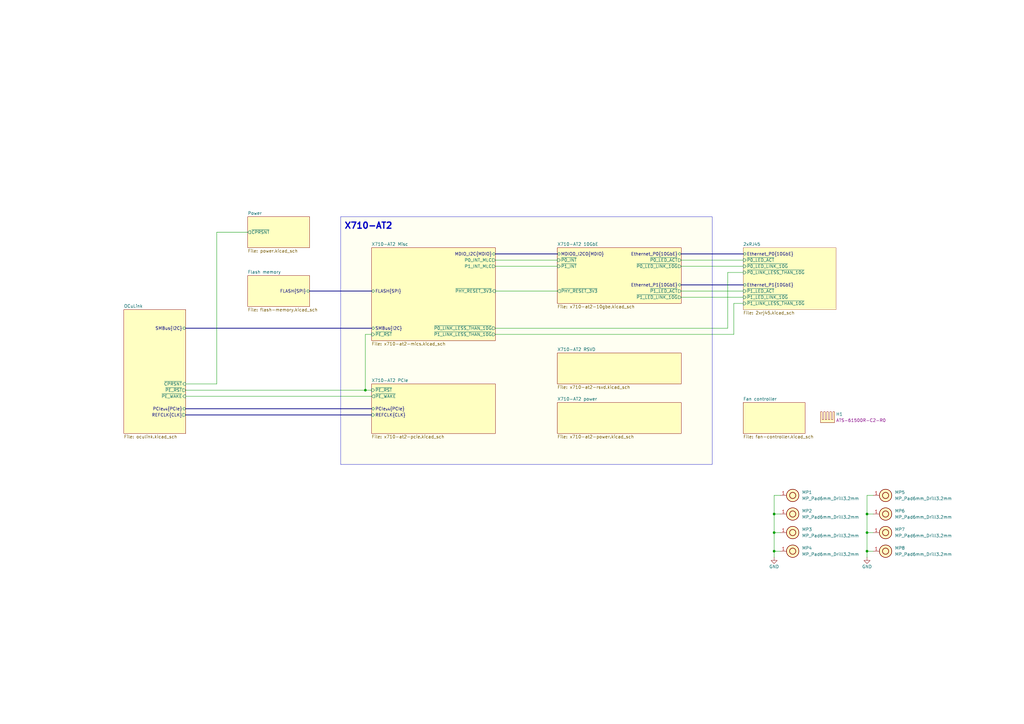
<source format=kicad_sch>
(kicad_sch (version 20250114) (generator "eeschema") (generator_version "9.0")
  (paper "A3")
  (title_block (title "OCuLink to 10GbE adapter") (date "2025-11-07") (rev "1.0.0") (company "Antmicro Ltd") (comment 1 "www.antmicro.com"))
  (lib_symbols
    (symbol "antmicroMechanicalParts:Heatsink_ATS-61500R-C2-R0" (pin_names (hide yes))
      (property "Reference" "H" (at 17.78 -2.54 0))
      (property "MPN" "ATS-61500R-C2-R0" (at 17.78 -12.7 0))
      (symbol "Heatsink_ATS-61500R-C2-R0_0_1"
        (polyline (pts (xy 0 0) (xy 0.635 0) (xy 0.635 -3.175) (xy 1.27 -3.175) (xy 1.27 0) (xy 1.905 0) (xy 1.905 -3.175) (xy 2.54 -3.175) (xy 2.54 0) (xy 3.175 0) (xy 3.175 -3.175) (xy 3.81 -3.175) (xy 3.81 0) (xy 4.445 0) (xy 4.445 -3.175) (xy 5.08 -3.175) (xy 5.08 0) (xy 5.715 0) (xy 5.715 -4.445) (xy 0 -4.445) (xy 0 0)) (fill (type background)))
      )
    )
    (symbol "antmicroMechanicalParts:MP_Pad6mm_Drill3.2mm" (pin_names (hide yes)) (in_bom no)
      (property "Reference" "MP" (at 20.32 -2.54 0))
      (property "Value" "MP_Pad6mm_Drill3.2mm" (at 20.32 -5.08 0))
      (symbol "MP_Pad6mm_Drill3.2mm_1_1"
        (circle (center 5.08 0) (radius 1.27) (stroke (width 0.254)) (fill (type background)))
        (circle (center 5.08 0) (radius 2.54) (stroke (width 0.254)) (fill (type background)))
        (pin passive line (at 0 0 0) (length 2.54) (name "~") (number "1"))
      )
    )
    (symbol "antmicropower:GND" (power) (pin_numbers (hide yes)) (pin_names (hide yes))
      (property "Value" "GND" (at 8.89 -5.08 0))
      (symbol "GND_1_1"
        (polyline (pts (xy 0 0) (xy 0 -1.27) (xy 1.27 -1.27) (xy 0 -2.54) (xy -1.27 -1.27) (xy 0 -1.27)))
        (pin power_in line (at 0 0 270) (length 0) (name "GND") (number "1"))
      )
    )
  )
  (rectangle (start 139.7 88.9) (end 292.1 190.5) (stroke (width 0.127)) (fill (type color) (color 255 255 194 0.2)))
  (text "X710-AT2" (at 151.13 92.71 0) (effects (font (size 2.54 2.54) (thickness 0.508) (bold yes))))
  (junction (at 355.6 210.82))
  (junction (at 317.5 218.44))
  (junction (at 149.86 160.02))
  (junction (at 317.5 226.06))
  (junction (at 317.5 210.82))
  (junction (at 355.6 226.06))
  (junction (at 355.6 218.44))
  (wire (pts (xy 279.4 109.22) (xy 304.8 109.22)))
  (wire (pts (xy 355.6 218.44) (xy 355.6 226.06)))
  (wire (pts (xy 76.2 160.02) (xy 149.86 160.02)))
  (wire (pts (xy 152.4 137.16) (xy 149.86 137.16)))
  (wire (pts (xy 355.6 203.2) (xy 355.6 210.82)))
  (wire (pts (xy 317.5 226.06) (xy 317.5 228.6)))
  (wire (pts (xy 298.45 134.62) (xy 203.2 134.62)))
  (wire (pts (xy 88.9 95.25) (xy 88.9 157.48)))
  (bus (pts (xy 76.2 134.62) (xy 152.4 134.62)))
  (bus (pts (xy 279.4 104.14) (xy 304.8 104.14)))
  (wire (pts (xy 279.4 106.68) (xy 304.8 106.68)))
  (wire (pts (xy 355.6 210.82) (xy 358.14 210.82)))
  (wire (pts (xy 76.2 162.56) (xy 152.4 162.56)))
  (wire (pts (xy 300.99 137.16) (xy 300.99 124.46)))
  (wire (pts (xy 317.5 218.44) (xy 317.5 226.06)))
  (wire (pts (xy 300.99 124.46) (xy 304.8 124.46)))
  (wire (pts (xy 320.04 203.2) (xy 317.5 203.2)))
  (wire (pts (xy 317.5 210.82) (xy 320.04 210.82)))
  (wire (pts (xy 355.6 210.82) (xy 355.6 218.44)))
  (wire (pts (xy 317.5 210.82) (xy 317.5 218.44)))
  (bus (pts (xy 76.2 167.64) (xy 152.4 167.64)))
  (wire (pts (xy 203.2 106.68) (xy 228.6 106.68)))
  (wire (pts (xy 279.4 119.38) (xy 304.8 119.38)))
  (bus (pts (xy 127 119.38) (xy 152.4 119.38)))
  (wire (pts (xy 358.14 226.06) (xy 355.6 226.06)))
  (wire (pts (xy 358.14 203.2) (xy 355.6 203.2)))
  (wire (pts (xy 203.2 119.38) (xy 228.6 119.38)))
  (wire (pts (xy 203.2 137.16) (xy 300.99 137.16)))
  (wire (pts (xy 203.2 109.22) (xy 228.6 109.22)))
  (wire (pts (xy 320.04 226.06) (xy 317.5 226.06)))
  (wire (pts (xy 149.86 160.02) (xy 152.4 160.02)))
  (wire (pts (xy 355.6 218.44) (xy 358.14 218.44)))
  (bus (pts (xy 203.2 104.14) (xy 228.6 104.14)))
  (wire (pts (xy 317.5 203.2) (xy 317.5 210.82)))
  (wire (pts (xy 88.9 157.48) (xy 76.2 157.48)))
  (wire (pts (xy 304.8 111.76) (xy 298.45 111.76)))
  (bus (pts (xy 279.4 116.84) (xy 304.8 116.84)))
  (wire (pts (xy 279.4 121.92) (xy 304.8 121.92)))
  (wire (pts (xy 101.6 95.25) (xy 88.9 95.25)))
  (wire (pts (xy 355.6 226.06) (xy 355.6 228.6)))
  (wire (pts (xy 149.86 137.16) (xy 149.86 160.02)))
  (wire (pts (xy 298.45 111.76) (xy 298.45 134.62)))
  (bus (pts (xy 76.2 170.18) (xy 152.4 170.18)))
  (wire (pts (xy 317.5 218.44) (xy 320.04 218.44)))
  (symbol (lib_id "antmicroMechanicalParts:MP_Pad6mm_Drill3.2mm") (at 320.04 218.44 0) (unit 1) (in_bom no)
    (property "Reference" "MP3" (at 328.93 217.17 0) (effects (justify left)))
    (property "Value" "MP_Pad6mm_Drill3.2mm" (at 328.93 219.71 0) (effects (justify left)))
    (property "Footprint" "antmicro-footprints:MP_Pad6mm_Drill3.2mm" (effects (hide yes)))
    (property "Description" "Mechanical part" (effects (hide yes)))
    (property "Author" "Antmicro" (effects (hide yes)))
    (property "License" "Apache-2.0" (effects (hide yes)))
  )
  (symbol (lib_id "antmicroMechanicalParts:MP_Pad6mm_Drill3.2mm") (at 358.14 203.2 0) (unit 1) (in_bom no)
    (property "Reference" "MP5" (at 367.03 201.93 0) (effects (justify left)))
    (property "Value" "MP_Pad6mm_Drill3.2mm" (at 367.03 204.47 0) (effects (justify left)))
    (property "Footprint" "antmicro-footprints:MP_Pad6mm_Drill3.2mm" (effects (hide yes)))
    (property "Description" "Mechanical part" (effects (hide yes)))
    (property "Author" "Antmicro" (effects (hide yes)))
    (property "License" "Apache-2.0" (effects (hide yes)))
  )
  (symbol (lib_id "antmicroMechanicalParts:MP_Pad6mm_Drill3.2mm") (at 358.14 226.06 0) (unit 1) (in_bom no)
    (property "Reference" "MP8" (at 367.03 224.79 0) (effects (justify left)))
    (property "Value" "MP_Pad6mm_Drill3.2mm" (at 367.03 227.33 0) (effects (justify left)))
    (property "Footprint" "antmicro-footprints:MP_Pad6mm_Drill3.2mm" (effects (hide yes)))
    (property "Description" "Mechanical part" (effects (hide yes)))
    (property "Author" "Antmicro" (effects (hide yes)))
    (property "License" "Apache-2.0" (effects (hide yes)))
  )
  (symbol (lib_id "antmicroMechanicalParts:MP_Pad6mm_Drill3.2mm") (at 358.14 210.82 0) (unit 1) (in_bom no)
    (property "Reference" "MP6" (at 367.03 209.55 0) (effects (justify left)))
    (property "Value" "MP_Pad6mm_Drill3.2mm" (at 367.03 212.09 0) (effects (justify left)))
    (property "Footprint" "antmicro-footprints:MP_Pad6mm_Drill3.2mm" (effects (hide yes)))
    (property "Description" "Mechanical part" (effects (hide yes)))
    (property "Author" "Antmicro" (effects (hide yes)))
    (property "License" "Apache-2.0" (effects (hide yes)))
  )
  (symbol (lib_id "antmicroMechanicalParts:MP_Pad6mm_Drill3.2mm") (at 320.04 203.2 0) (unit 1) (in_bom no)
    (property "Reference" "MP1" (at 328.93 201.93 0) (effects (justify left)))
    (property "Value" "MP_Pad6mm_Drill3.2mm" (at 328.93 204.47 0) (effects (justify left)))
    (property "Footprint" "antmicro-footprints:MP_Pad6mm_Drill3.2mm" (effects (hide yes)))
    (property "Description" "Mechanical part" (effects (hide yes)))
    (property "Author" "Antmicro" (effects (hide yes)))
    (property "License" "Apache-2.0" (effects (hide yes)))
  )
  (symbol (lib_id "antmicroMechanicalParts:MP_Pad6mm_Drill3.2mm") (at 320.04 226.06 0) (unit 1) (in_bom no)
    (property "Reference" "MP4" (at 328.93 224.79 0) (effects (justify left)))
    (property "Value" "MP_Pad6mm_Drill3.2mm" (at 328.93 227.33 0) (effects (justify left)))
    (property "Footprint" "antmicro-footprints:MP_Pad6mm_Drill3.2mm" (effects (hide yes)))
    (property "Description" "Mechanical part" (effects (hide yes)))
    (property "Author" "Antmicro" (effects (hide yes)))
    (property "License" "Apache-2.0" (effects (hide yes)))
  )
  (symbol (lib_id "antmicroMechanicalParts:MP_Pad6mm_Drill3.2mm") (at 320.04 210.82 0) (unit 1) (in_bom no)
    (property "Reference" "MP2" (at 328.93 209.55 0) (effects (justify left)))
    (property "Value" "MP_Pad6mm_Drill3.2mm" (at 328.93 212.09 0) (effects (justify left)))
    (property "Footprint" "antmicro-footprints:MP_Pad6mm_Drill3.2mm" (effects (hide yes)))
    (property "Description" "Mechanical part" (effects (hide yes)))
    (property "Author" "Antmicro" (effects (hide yes)))
    (property "License" "Apache-2.0" (effects (hide yes)))
  )
  (symbol (lib_id "antmicroMechanicalParts:MP_Pad6mm_Drill3.2mm") (at 358.14 218.44 0) (unit 1) (in_bom no)
    (property "Reference" "MP7" (at 367.03 217.17 0) (effects (justify left)))
    (property "Value" "MP_Pad6mm_Drill3.2mm" (at 367.03 219.71 0) (effects (justify left)))
    (property "Footprint" "antmicro-footprints:MP_Pad6mm_Drill3.2mm" (effects (hide yes)))
    (property "Description" "Mechanical part" (effects (hide yes)))
    (property "Author" "Antmicro" (effects (hide yes)))
    (property "License" "Apache-2.0" (effects (hide yes)))
  )
  (symbol (lib_id "antmicroMechanicalParts:Heatsink_ATS-61500R-C2-R0") (at 336.55 168.91 0) (unit 1)
    (property "Reference" "H1" (at 342.9 169.8625 0) (effects (justify left)))
    (property "Value" "Heatsink_ATS-61500R-C2-R0" (effects (hide yes)))
    (property "Footprint" "antmicro-footprints:Heatsink_ATS-61500R-C2-R0" (effects (hide yes)))
    (property "Datasheet" "https://www.qats.com/DataSheet/ATS-61500-Series-C2-R0" (effects (hide yes)))
    (property "Description" "Heat Sinks fanSINK Assembly with Mounting Hardware" (effects (hide yes)))
    (property "MPN" "ATS-61500R-C2-R0" (at 342.9 172.4025 0) (effects (justify left)))
    (property "Manufacturer" "Advanced Thermal Solutions" (effects (hide yes)))
    (property "Author" "Antmicro" (effects (hide yes)))
    (property "License" "Apache-2.0" (effects (hide yes)))
  )
  (symbol (lib_id "antmicropower:GND") (at 355.6 228.6 0) (unit 1)
    (property "Reference" "#PWR063" (effects (hide yes)))
    (property "Value" "GND" (at 355.6 232.41 0))
    (property "Author" "Antmicro" (effects (hide yes)))
    (property "License" "Apache-2.0" (effects (hide yes)))
  )
  (symbol (lib_id "antmicropower:GND") (at 317.5 228.6 0) (unit 1)
    (property "Reference" "#PWR01" (effects (hide yes)))
    (property "Value" "GND" (at 317.5 232.41 0))
    (property "Author" "Antmicro" (effects (hide yes)))
    (property "License" "Apache-2.0" (effects (hide yes)))
  )
  (sheet (at 50.8 127) (size 25.4 50.8) (stroke (width 0.1524)) (fill (color 255 255 194 1.0000))
    (property "Sheetname" "OCuLink" (at 50.8 126.2884 0) (effects (justify left bottom)))
    (property "Sheetfile" "oculink.kicad_sch" (at 50.8 178.3846 0) (effects (justify left top)))
    (pin "~{PE_RST}" output (at 76.2 160.02 0))
    (pin "SMBus{I2C}" bidirectional (at 76.2 134.62 0))
    (pin "~{CPRSNT}" input (at 76.2 157.48 0))
    (pin "PCIe_{x4}{PCIe}" bidirectional (at 76.2 167.64 0))
    (pin "REFCLK{CLK}" output (at 76.2 170.18 0))
    (pin "~{PE_WAKE}" input (at 76.2 162.56 0))
  )
  (sheet (at 152.4 157.48) (size 50.8 20.32) (stroke (width 0.1524)) (fill (color 255 255 194 1.0000))
    (property "Sheetname" "X710-AT2 PCIe" (at 152.4 156.7684 0) (effects (justify left bottom)))
    (property "Sheetfile" "x710-at2-pcie.kicad_sch" (at 152.4 178.3846 0) (effects (justify left top)))
    (pin "~{PE_RST}" input (at 152.4 160.02 180))
    (pin "REFCLK{CLK}" input (at 152.4 170.18 180))
    (pin "PCIe_{x4}{PCIe}" bidirectional (at 152.4 167.64 180))
    (pin "~{PE_WAKE}" output (at 152.4 162.56 180))
  )
  (sheet (at 101.6 88.9) (size 25.4 12.7) (stroke (width 0.1524)) (fill (color 255 255 194 1.0000))
    (property "Sheetname" "Power" (at 101.6 88.1884 0) (effects (justify left bottom)))
    (property "Sheetfile" "power.kicad_sch" (at 101.6 102.1846 0) (effects (justify left top)))
    (pin "~{CPRSNT}" output (at 101.6 95.25 180))
  )
  (sheet (at 228.6 101.6) (size 50.8 22.86) (stroke (width 0.1524)) (fill (color 255 255 194 1.0000))
    (property "Sheetname" "X710-AT2 10GbE" (at 228.6 100.8884 0) (effects (justify left bottom)))
    (property "Sheetfile" "x710-at2-10gbe.kicad_sch" (at 228.6 125.0446 0) (effects (justify left top)))
    (pin "MDIO0_I2C0{MDIO}" bidirectional (at 228.6 104.14 180))
    (pin "~{P0_INT}" input (at 228.6 106.68 180))
    (pin "~{P0_LED_ACT}" output (at 279.4 106.68 0))
    (pin "~{P0_LED_LINK_10G}" output (at 279.4 109.22 0))
    (pin "~{P1_LED_ACT}" output (at 279.4 119.38 0))
    (pin "~{P1_LED_LINK_10G}" output (at 279.4 121.92 0))
    (pin "~{P1_INT}" input (at 228.6 109.22 180))
    (pin "~{PHY_RESET_3V3}" output (at 228.6 119.38 180))
    (pin "Ethernet_P0{10GbE}" bidirectional (at 279.4 104.14 0))
    (pin "Ethernet_P1{10GbE}" bidirectional (at 279.4 116.84 0))
  )
  (sheet (at 228.6 144.78) (size 50.8 12.7) (stroke (width 0.1524)) (fill (color 255 255 194 1.0000))
    (property "Sheetname" "X710-AT2 RSVD" (at 228.6 144.0684 0) (effects (justify left bottom)))
    (property "Sheetfile" "x710-at2-rsvd.kicad_sch" (at 228.6 158.0646 0) (effects (justify left top)))
  )
  (sheet (at 228.6 165.1) (size 50.8 12.7) (stroke (width 0.1524)) (fill (color 255 255 194 1.0000))
    (property "Sheetname" "X710-AT2 power" (at 228.6 164.3884 0) (effects (justify left bottom)))
    (property "Sheetfile" "x710-at2-power.kicad_sch" (at 228.6 178.3846 0) (effects (justify left top)))
  )
  (sheet (at 304.8 101.6) (size 38.1 25.4) (stroke (width 0.1016)) (fill (color 255 255 194 1.0000))
    (property "Sheetname" "2xRJ45" (at 304.8 100.9138 0) (effects (justify left bottom)))
    (property "Sheetfile" "2xrj45.kicad_sch" (at 304.8 127.5592 0) (effects (justify left top)))
    (pin "~{P0_LED_ACT}" input (at 304.8 106.68 180))
    (pin "~{P0_LED_LINK_10G}" input (at 304.8 109.22 180))
    (pin "~{P0_LINK_LESS_THAN_10G}" input (at 304.8 111.76 180))
    (pin "~{P1_LED_ACT}" input (at 304.8 119.38 180))
    (pin "~{P1_LED_LINK_10G}" input (at 304.8 121.92 180))
    (pin "~{P1_LINK_LESS_THAN_10G}" input (at 304.8 124.46 180))
    (pin "Ethernet_P0{10GbE}" bidirectional (at 304.8 104.14 180))
    (pin "Ethernet_P1{10GbE}" bidirectional (at 304.8 116.84 180))
  )
  (sheet (at 101.6 113.03) (size 25.4 12.7) (stroke (width 0.1524)) (fill (color 255 255 194 1.0000))
    (property "Sheetname" "Flash memory" (at 101.6 112.3184 0) (effects (justify left bottom)))
    (property "Sheetfile" "flash-memory.kicad_sch" (at 101.6 126.3146 0) (effects (justify left top)))
    (pin "FLASH{SPI}" bidirectional (at 127 119.38 0))
  )
  (sheet (at 304.8 165.1) (size 25.4 12.7) (stroke (width 0.1524)) (fill (color 255 255 194 1.0000))
    (property "Sheetname" "Fan controller" (at 304.8 164.3884 0) (effects (justify left bottom)))
    (property "Sheetfile" "fan-controller.kicad_sch" (at 304.8 178.3846 0) (effects (justify left top)))
  )
  (sheet (at 152.4 101.6) (size 50.8 38.1) (stroke (width 0.1524)) (fill (color 255 255 194 1.0000))
    (property "Sheetname" "X710-AT2 Misc" (at 152.4 100.8884 0) (effects (justify left bottom)))
    (property "Sheetfile" "x710-at2-mics.kicad_sch" (at 152.4 140.2846 0) (effects (justify left top)))
    (pin "SMBus{I2C}" bidirectional (at 152.4 134.62 180))
    (pin "FLASH{SPI}" bidirectional (at 152.4 119.38 180))
    (pin "~{PE_RST}" input (at 152.4 137.16 180))
    (pin "~{P0_LINK_LESS_THAN_10G}" output (at 203.2 134.62 0))
    (pin "~{P1_LINK_LESS_THAN_10G}" output (at 203.2 137.16 0))
    (pin "P0_INT_MLC" output (at 203.2 106.68 0))
    (pin "P1_INT_MLC" output (at 203.2 109.22 0))
    (pin "MDIO_I2C{MDIO}" bidirectional (at 203.2 104.14 0))
    (pin "~{PHY_RESET_3V3}" input (at 203.2 119.38 0))
  )
)
</source>
